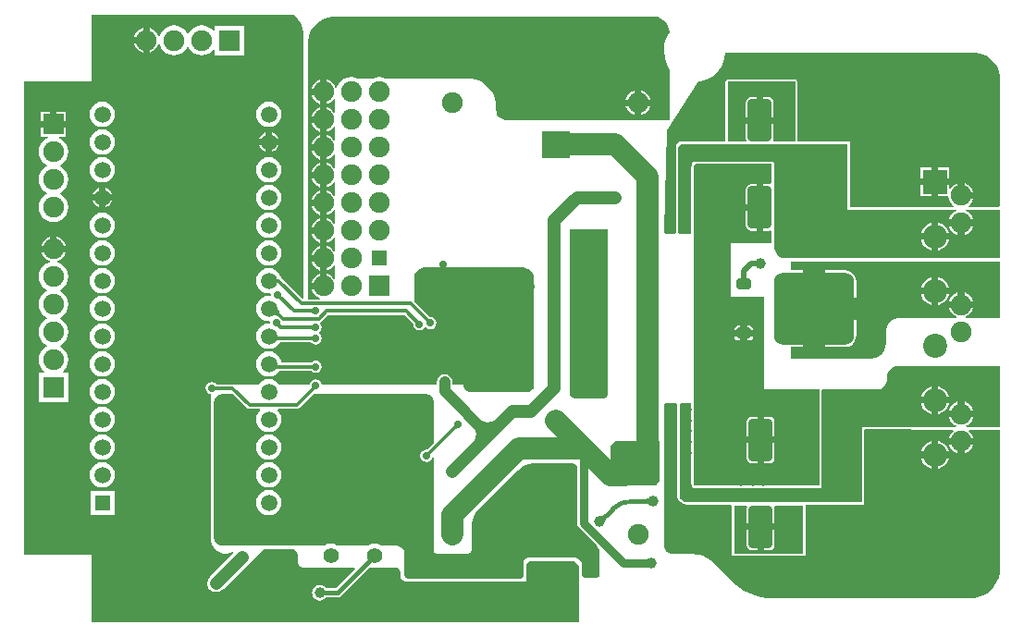
<source format=gtl>
G04 Layer_Physical_Order=1*
G04 Layer_Color=255*
%FSLAX43Y43*%
%MOMM*%
G71*
G01*
G75*
%ADD10C,0.400*%
G04:AMPARAMS|DCode=11|XSize=2.12mm|YSize=3.86mm|CornerRadius=0.265mm|HoleSize=0mm|Usage=FLASHONLY|Rotation=0.000|XOffset=0mm|YOffset=0mm|HoleType=Round|Shape=RoundedRectangle|*
%AMROUNDEDRECTD11*
21,1,2.120,3.330,0,0,0.0*
21,1,1.590,3.860,0,0,0.0*
1,1,0.530,0.795,-1.665*
1,1,0.530,-0.795,-1.665*
1,1,0.530,-0.795,1.665*
1,1,0.530,0.795,1.665*
%
%ADD11ROUNDEDRECTD11*%
G04:AMPARAMS|DCode=12|XSize=6.604mm|YSize=7.315mm|CornerRadius=0.826mm|HoleSize=0mm|Usage=FLASHONLY|Rotation=270.000|XOffset=0mm|YOffset=0mm|HoleType=Round|Shape=RoundedRectangle|*
%AMROUNDEDRECTD12*
21,1,6.604,5.664,0,0,270.0*
21,1,4.953,7.315,0,0,270.0*
1,1,1.651,-2.832,-2.477*
1,1,1.651,-2.832,2.477*
1,1,1.651,2.832,2.477*
1,1,1.651,2.832,-2.477*
%
%ADD12ROUNDEDRECTD12*%
G04:AMPARAMS|DCode=13|XSize=0.94mm|YSize=1.321mm|CornerRadius=0.117mm|HoleSize=0mm|Usage=FLASHONLY|Rotation=270.000|XOffset=0mm|YOffset=0mm|HoleType=Round|Shape=RoundedRectangle|*
%AMROUNDEDRECTD13*
21,1,0.940,1.086,0,0,270.0*
21,1,0.705,1.321,0,0,270.0*
1,1,0.235,-0.543,-0.352*
1,1,0.235,-0.543,0.352*
1,1,0.235,0.543,0.352*
1,1,0.235,0.543,-0.352*
%
%ADD13ROUNDEDRECTD13*%
%ADD14C,0.300*%
%ADD15C,1.200*%
%ADD16C,2.000*%
%ADD17C,0.750*%
%ADD18C,1.000*%
%ADD19C,0.500*%
%ADD20C,1.900*%
%ADD21R,1.400X1.400*%
%ADD22R,1.900X1.900*%
%ADD23C,1.400*%
%ADD24C,1.500*%
%ADD25R,1.400X1.400*%
%ADD26R,1.900X1.900*%
%ADD27C,2.200*%
%ADD28R,2.200X2.200*%
%ADD29C,0.700*%
%ADD30C,1.000*%
G36*
X89495Y28000D02*
X86454Y28000D01*
X86358Y28040D01*
Y28177D01*
X86523Y28246D01*
X86763Y28430D01*
X86947Y28670D01*
X87063Y28950D01*
X87063Y28950D01*
X85943D01*
X84823D01*
X84823Y28950D01*
X84938Y28670D01*
X85123Y28430D01*
X85363Y28246D01*
X85528Y28177D01*
Y28040D01*
X85432Y28000D01*
X80200Y28000D01*
X80092Y27995D01*
X79881Y27953D01*
X79681Y27870D01*
X79502Y27750D01*
X79350Y27598D01*
X79230Y27419D01*
X79147Y27219D01*
X79105Y27008D01*
X79100Y26900D01*
Y25800D01*
X79100Y25652D01*
X79042Y25362D01*
X78929Y25089D01*
X78765Y24844D01*
X78556Y24635D01*
X78311Y24471D01*
X78038Y24358D01*
X77748Y24300D01*
X77600Y24300D01*
X77600Y24300D01*
Y24300D01*
X70400D01*
Y25389D01*
X71500D01*
Y28900D01*
Y32411D01*
X70400D01*
Y33200D01*
X89495D01*
Y28000D01*
D02*
G37*
G36*
X23618Y27534D02*
X23622Y27508D01*
X23628Y27481D01*
X23637Y27455D01*
X23648Y27429D01*
X23662Y27402D01*
X23679Y27376D01*
X23699Y27350D01*
X23721Y27324D01*
X23745Y27298D01*
X23533Y27086D01*
X23507Y27111D01*
X23481Y27133D01*
X23455Y27152D01*
X23429Y27169D01*
X23403Y27183D01*
X23376Y27194D01*
X23350Y27203D01*
X23324Y27209D01*
X23297Y27213D01*
X23271Y27214D01*
X23617Y27561D01*
X23618Y27534D01*
D02*
G37*
G36*
X70767Y49664D02*
X70767Y44164D01*
X68802Y44164D01*
X68792Y44184D01*
X68748Y44291D01*
X68781Y44454D01*
Y45819D01*
X67511D01*
X66242D01*
Y44454D01*
X66275Y44291D01*
X66231Y44184D01*
X66220Y44164D01*
X64567Y44164D01*
X64567Y49664D01*
X70767Y49664D01*
D02*
G37*
G36*
X89495Y23664D02*
X89495Y18064D01*
X86417Y18064D01*
X86391Y18191D01*
X86523Y18246D01*
X86763Y18430D01*
X86947Y18670D01*
X87063Y18950D01*
X87063Y18950D01*
X85943D01*
X84823D01*
X84823Y18950D01*
X84938Y18670D01*
X85123Y18430D01*
X85363Y18246D01*
X85495Y18191D01*
X85469Y18064D01*
X76967Y18064D01*
X76947Y18062D01*
X76911Y18048D01*
X76884Y18020D01*
X76869Y17984D01*
X76867Y17964D01*
Y11264D01*
X76867Y11258D01*
X76792Y11183D01*
X76767Y11164D01*
X76767Y11164D01*
X60867Y11164D01*
X60798Y11164D01*
X60663Y11191D01*
X60535Y11244D01*
X60421Y11321D01*
X60323Y11418D01*
X60247Y11533D01*
X60194Y11660D01*
X60167Y11795D01*
X60167Y11864D01*
Y12264D01*
X60167Y20104D01*
X60197Y20178D01*
X60254Y20234D01*
X60327Y20264D01*
X60367D01*
X60367Y20264D01*
X61067Y20264D01*
X61107Y20264D01*
X61180Y20234D01*
X61236Y20178D01*
X61263Y20113D01*
Y19710D01*
X61266Y19697D01*
X61265Y19684D01*
X61267Y19667D01*
Y19662D01*
X61265Y19645D01*
X61266Y19632D01*
X61263Y19618D01*
Y18710D01*
X61266Y18697D01*
X61265Y18684D01*
X61267Y18667D01*
Y18662D01*
X61265Y18645D01*
X61266Y18632D01*
X61263Y18618D01*
Y17710D01*
X61266Y17697D01*
X61265Y17684D01*
X61267Y17667D01*
Y17662D01*
X61265Y17645D01*
X61266Y17632D01*
X61263Y17618D01*
Y16710D01*
X61266Y16697D01*
X61265Y16684D01*
X61267Y16667D01*
Y16662D01*
X61265Y16645D01*
X61266Y16632D01*
X61263Y16618D01*
Y15710D01*
X61266Y15697D01*
X61265Y15684D01*
X61267Y15667D01*
Y15662D01*
X61265Y15645D01*
X61266Y15632D01*
X61263Y15618D01*
Y12864D01*
X61263Y12825D01*
X61263Y12824D01*
X61263Y12824D01*
X61267Y12805D01*
Y12664D01*
X61271Y12625D01*
X61301Y12553D01*
X61356Y12498D01*
X61428Y12468D01*
X61467Y12464D01*
X61607D01*
X61627Y12460D01*
X61627Y12460D01*
X61627Y12460D01*
X61667Y12460D01*
X65751Y12460D01*
X65767Y12458D01*
X65783Y12460D01*
X66851Y12460D01*
X66867Y12458D01*
X66883Y12460D01*
X67851D01*
X67867Y12458D01*
X67883Y12460D01*
X72877Y12460D01*
X72877Y12460D01*
X72897Y12464D01*
X73167D01*
Y12734D01*
X73171Y12754D01*
X73171Y21410D01*
X73261Y21500D01*
X78300Y21500D01*
X78383Y21504D01*
X78545Y21536D01*
X78697Y21600D01*
X78835Y21691D01*
X78951Y21808D01*
X79043Y21945D01*
X79106Y22098D01*
X79139Y22260D01*
X79143Y22343D01*
X79143D01*
X79143Y22653D01*
X79186Y22870D01*
X79270Y23074D01*
X79393Y23258D01*
X79549Y23414D01*
X79733Y23537D01*
X79937Y23621D01*
X80154Y23664D01*
X80264Y23664D01*
X80264Y23664D01*
X89495Y23664D01*
D02*
G37*
G36*
X26617Y28419D02*
X26597Y28437D01*
X26576Y28453D01*
X26553Y28467D01*
X26528Y28480D01*
X26501Y28490D01*
X26473Y28499D01*
X26442Y28505D01*
X26410Y28510D01*
X26376Y28513D01*
X26341Y28514D01*
Y28814D01*
X26376Y28815D01*
X26410Y28818D01*
X26442Y28823D01*
X26473Y28829D01*
X26501Y28838D01*
X26528Y28848D01*
X26553Y28861D01*
X26576Y28875D01*
X26597Y28891D01*
X26617Y28909D01*
Y28419D01*
D02*
G37*
G36*
X23333Y29022D02*
X23506Y28591D01*
X23537Y28532D01*
X23568Y28481D01*
X23599Y28439D01*
X23628Y28405D01*
X23488Y28121D01*
X23441Y28162D01*
X23389Y28196D01*
X23334Y28222D01*
X23274Y28241D01*
X23210Y28252D01*
X23141Y28256D01*
X23069Y28252D01*
X22992Y28241D01*
X22911Y28222D01*
X22825Y28196D01*
X23296Y29134D01*
X23333Y29022D01*
D02*
G37*
G36*
X18367Y21064D02*
X19281D01*
X20548Y19798D01*
X20663Y19720D01*
X20800Y19693D01*
X21731D01*
X21771Y19573D01*
X21762Y19565D01*
X21577Y19325D01*
X21462Y19045D01*
X21422Y18745D01*
X21462Y18445D01*
X21577Y18165D01*
X21762Y17925D01*
X22002Y17741D01*
X22282Y17625D01*
X22582Y17585D01*
X22882Y17625D01*
X23162Y17741D01*
X23402Y17925D01*
X23586Y18165D01*
X23702Y18445D01*
X23742Y18745D01*
X23702Y19045D01*
X23586Y19325D01*
X23402Y19565D01*
X23392Y19573D01*
X23433Y19693D01*
X25125D01*
X25262Y19720D01*
X25377Y19798D01*
X26644Y21064D01*
X36967D01*
Y21064D01*
X37036Y21064D01*
X37171Y21037D01*
X37299Y20985D01*
X37413Y20908D01*
X37511Y20811D01*
X37587Y20696D01*
X37640Y20569D01*
X37667Y20433D01*
X37667Y16569D01*
X37064Y15966D01*
X37017Y15975D01*
X36802Y15932D01*
X36620Y15811D01*
X36499Y15629D01*
X36456Y15414D01*
X36499Y15200D01*
X36620Y15018D01*
X36802Y14896D01*
X37017Y14854D01*
X37232Y14896D01*
X37413Y15018D01*
X37535Y15200D01*
X37540Y15224D01*
X37667Y15212D01*
X37667Y12664D01*
X37667Y6764D01*
X37673Y6706D01*
X37718Y6598D01*
X37800Y6515D01*
X37908Y6470D01*
X37967Y6464D01*
X40767Y6464D01*
X40845Y6472D01*
X40989Y6532D01*
X41100Y6642D01*
X41159Y6786D01*
X41167Y6864D01*
X41167Y8940D01*
X41167Y9165D01*
X41255Y9606D01*
X41427Y10021D01*
X41677Y10395D01*
X41836Y10554D01*
X45377Y14096D01*
X45377D01*
X45377Y14096D01*
X45536Y14255D01*
X45910Y14504D01*
X46325Y14677D01*
X46766Y14764D01*
X46991Y14764D01*
X50267Y14764D01*
Y14764D01*
X50366Y14764D01*
X50550Y14688D01*
X50691Y14548D01*
X50767Y14364D01*
X50767Y14264D01*
X50767Y11946D01*
Y9406D01*
X50771Y9325D01*
X50781Y9276D01*
Y9264D01*
X50825Y9040D01*
X50952Y8850D01*
X52558Y7245D01*
X52679Y7062D01*
X52804Y6762D01*
X52867Y6444D01*
X52867Y6281D01*
X52867Y4564D01*
X52867D01*
X52867Y4505D01*
X52821Y4394D01*
X52737Y4310D01*
X52627Y4264D01*
X52567Y4264D01*
X51567Y4264D01*
X51507Y4264D01*
X51397Y4310D01*
X51313Y4394D01*
X51267Y4505D01*
X51267Y4564D01*
X51267Y5450D01*
X51267D01*
X51255Y5570D01*
X51164Y5791D01*
X50994Y5961D01*
X50773Y6052D01*
X50653Y6064D01*
X46267Y6064D01*
Y6064D01*
X46189Y6057D01*
X46045Y5997D01*
X45934Y5887D01*
X45875Y5742D01*
X45867Y5664D01*
X45867Y4464D01*
X45867D01*
Y4405D01*
X45821Y4294D01*
X45737Y4210D01*
X45627Y4164D01*
X45567D01*
X35367Y4164D01*
X35287D01*
X35140Y4225D01*
X35028Y4338D01*
X34967Y4485D01*
X34967Y6564D01*
X34967D01*
X34955Y6681D01*
X34866Y6898D01*
X34700Y7063D01*
X34484Y7153D01*
X34367Y7164D01*
X32901D01*
X32822Y7225D01*
X32554Y7336D01*
X32267Y7374D01*
X31980Y7336D01*
X31712Y7225D01*
X31633Y7164D01*
X28901D01*
X28822Y7225D01*
X28554Y7336D01*
X28267Y7374D01*
X27980Y7336D01*
X27712Y7225D01*
X27633Y7164D01*
X18367Y7164D01*
X18288D01*
X18134Y7195D01*
X17988Y7255D01*
X17857Y7343D01*
X17746Y7454D01*
X17658Y7585D01*
X17598Y7731D01*
X17567Y7885D01*
Y12664D01*
Y20264D01*
X17567Y20343D01*
X17598Y20498D01*
X17658Y20643D01*
X17746Y20774D01*
X17857Y20886D01*
X17988Y20973D01*
X18134Y21034D01*
X18288Y21064D01*
X18367Y21064D01*
D02*
G37*
G36*
X42717Y17314D02*
X41091Y16536D01*
X41245Y16705D01*
X41368Y16870D01*
X41460Y17033D01*
X41521Y17193D01*
X41550Y17350D01*
X41549Y17504D01*
X41516Y17655D01*
X41453Y17804D01*
X41358Y17949D01*
X41232Y18092D01*
X41939Y18799D01*
X42082Y18673D01*
X42228Y18579D01*
X42376Y18515D01*
X42527Y18482D01*
X42682Y18481D01*
X42839Y18511D01*
X42998Y18572D01*
X43161Y18663D01*
X43326Y18786D01*
X43495Y18941D01*
X42717Y17314D01*
D02*
G37*
G36*
X68567Y42164D02*
X68567Y40351D01*
X68440Y40272D01*
X68306Y40298D01*
X67811D01*
Y38159D01*
Y36020D01*
X68306D01*
X68440Y36047D01*
X68567Y35968D01*
Y34900D01*
X64900Y34900D01*
X64900Y30000D01*
X67900Y30000D01*
X67900Y21500D01*
X72967Y21500D01*
X72967Y12754D01*
X72877Y12664D01*
X61667Y12664D01*
X61627Y12664D01*
X61554Y12695D01*
X61497Y12751D01*
X61467Y12824D01*
X61467Y12864D01*
Y15618D01*
X61473Y15664D01*
X61467Y15710D01*
Y16618D01*
X61473Y16664D01*
X61467Y16710D01*
Y17618D01*
X61473Y17664D01*
X61467Y17710D01*
Y18618D01*
X61473Y18664D01*
X61467Y18710D01*
Y19618D01*
X61473Y19664D01*
X61467Y19710D01*
X61467Y41864D01*
Y41924D01*
X61513Y42034D01*
X61597Y42119D01*
X61707Y42164D01*
X61767Y42164D01*
X61767Y42164D01*
X68567Y42164D01*
D02*
G37*
G36*
X39863Y17914D02*
X39837Y17913D01*
X39810Y17910D01*
X39784Y17903D01*
X39758Y17894D01*
X39731Y17883D01*
X39705Y17869D01*
X39679Y17852D01*
X39653Y17833D01*
X39627Y17811D01*
X39601Y17786D01*
X39389Y17998D01*
X39413Y18024D01*
X39435Y18050D01*
X39455Y18076D01*
X39471Y18102D01*
X39486Y18129D01*
X39497Y18155D01*
X39506Y18181D01*
X39512Y18208D01*
X39516Y18234D01*
X39517Y18261D01*
X39863Y17914D01*
D02*
G37*
G36*
X58367Y13364D02*
X58367D01*
X58367Y13295D01*
X58340Y13160D01*
X58287Y13033D01*
X58211Y12918D01*
X58113Y12821D01*
X57999Y12744D01*
X57871Y12691D01*
X57736Y12664D01*
X53867D01*
X53867Y16084D01*
X53867Y16084D01*
X53878Y16207D01*
X53893Y16283D01*
X53944Y16406D01*
X54019Y16518D01*
X54113Y16612D01*
X54225Y16687D01*
X54349Y16738D01*
X54480Y16764D01*
X54547Y16764D01*
X58367Y16764D01*
X58367Y13364D01*
D02*
G37*
G36*
X26617Y26919D02*
X26597Y26937D01*
X26576Y26953D01*
X26553Y26968D01*
X26528Y26980D01*
X26501Y26991D01*
X26473Y26999D01*
X26443Y27006D01*
X26410Y27010D01*
X26376Y27013D01*
X26341Y27014D01*
Y27314D01*
X26376Y27315D01*
X26410Y27318D01*
X26443Y27323D01*
X26473Y27329D01*
X26501Y27338D01*
X26528Y27348D01*
X26553Y27361D01*
X26576Y27375D01*
X26597Y27391D01*
X26617Y27409D01*
Y26919D01*
D02*
G37*
G36*
X50117Y42664D02*
X47617D01*
Y45164D01*
X47617Y45164D01*
X50117D01*
Y42664D01*
D02*
G37*
G36*
X23313Y31619D02*
X23319Y31614D01*
X23329Y31610D01*
X23342Y31606D01*
X23358Y31603D01*
X23377Y31600D01*
X23425Y31596D01*
X23486Y31595D01*
Y31295D01*
X23454Y31295D01*
X23358Y31288D01*
X23342Y31285D01*
X23329Y31281D01*
X23319Y31276D01*
X23313Y31271D01*
X23310Y31266D01*
Y31625D01*
X23313Y31619D01*
D02*
G37*
G36*
X53567Y21064D02*
X53567Y20985D01*
X53506Y20838D01*
X53394Y20725D01*
X53287Y20681D01*
X53167Y20664D01*
X50617Y20664D01*
X50527Y20664D01*
X50362Y20733D01*
X50235Y20859D01*
X50167Y21025D01*
X50167Y21114D01*
X50167Y36164D01*
X53567Y36164D01*
X53567Y21064D01*
D02*
G37*
G36*
X57410Y10914D02*
X57379Y10943D01*
X57347Y10968D01*
X57312Y10991D01*
X57275Y11010D01*
X57236Y11027D01*
X57195Y11040D01*
X57152Y11051D01*
X57106Y11058D01*
X57058Y11063D01*
X57009Y11064D01*
Y11464D01*
X57058Y11466D01*
X57106Y11470D01*
X57152Y11478D01*
X57195Y11488D01*
X57236Y11502D01*
X57275Y11518D01*
X57312Y11538D01*
X57347Y11560D01*
X57379Y11586D01*
X57410Y11614D01*
Y10914D01*
D02*
G37*
G36*
X53545Y9759D02*
X53510Y9723D01*
X53480Y9686D01*
X53453Y9648D01*
X53430Y9610D01*
X53410Y9572D01*
X53394Y9532D01*
X53382Y9493D01*
X53373Y9452D01*
X53368Y9411D01*
X53367Y9369D01*
X52872Y9864D01*
X52914Y9866D01*
X52955Y9871D01*
X52995Y9879D01*
X53035Y9892D01*
X53074Y9908D01*
X53113Y9927D01*
X53151Y9950D01*
X53189Y9977D01*
X53225Y10008D01*
X53262Y10042D01*
X53545Y9759D01*
D02*
G37*
G36*
X87036Y52364D02*
X87036Y52364D01*
X87036Y52364D01*
X87278Y52364D01*
X87753Y52270D01*
X88200Y52084D01*
X88603Y51815D01*
X88946Y51473D01*
X89215Y51070D01*
X89400Y50623D01*
X89495Y50148D01*
Y49905D01*
X89495Y38295D01*
X89368Y38168D01*
X86630D01*
X86587Y38295D01*
X86763Y38430D01*
X86947Y38670D01*
X87063Y38950D01*
X87063Y38950D01*
X85943D01*
Y39250D01*
X85643D01*
Y40371D01*
X85643Y40371D01*
X85363Y40255D01*
X85123Y40070D01*
X84970Y39871D01*
X84843Y39914D01*
Y40200D01*
X83843D01*
Y39200D01*
X84790D01*
X84823Y38950D01*
X84938Y38670D01*
X85123Y38430D01*
X85299Y38295D01*
X85255Y38168D01*
X75771Y38168D01*
X75771Y43964D01*
X75767Y43984D01*
Y44164D01*
X75587D01*
X75567Y44168D01*
X70971Y44168D01*
X70971Y44845D01*
X70973Y44864D01*
X70971Y44884D01*
X70971Y46044D01*
X70973Y46064D01*
X70971Y46084D01*
X70971Y47244D01*
X70973Y47264D01*
X70971Y47284D01*
X70971Y49664D01*
X70955Y49742D01*
X70911Y49808D01*
X70845Y49853D01*
X70767Y49868D01*
X64567Y49868D01*
X64489Y49853D01*
X64423Y49808D01*
X64379Y49742D01*
X64363Y49664D01*
X64363Y44168D01*
X60467Y44168D01*
X60388Y44168D01*
X60387Y44168D01*
X60387Y44168D01*
X60367Y44164D01*
X60167D01*
X60167Y44164D01*
X60108Y44158D01*
X60000Y44114D01*
X59917Y44031D01*
X59873Y43923D01*
X59867Y43864D01*
X59867Y43664D01*
X59863Y43644D01*
X59863Y43644D01*
X59863Y43644D01*
X59863Y43564D01*
Y35964D01*
X59863Y35925D01*
X59863Y35925D01*
X59863Y35925D01*
X59864Y35918D01*
X59836Y35851D01*
X59780Y35795D01*
X59707Y35764D01*
X58967Y35764D01*
X58927Y35764D01*
X58854Y35795D01*
X58797Y35851D01*
X58767Y35924D01*
X58767Y35964D01*
X59023Y45186D01*
X61864Y49686D01*
X62002Y49698D01*
X62408Y49792D01*
X62795Y49946D01*
X63155Y50156D01*
X63480Y50417D01*
X63762Y50723D01*
X63996Y51068D01*
X64176Y51444D01*
X64299Y51842D01*
X64360Y52254D01*
Y52364D01*
X87036Y52364D01*
D02*
G37*
G36*
X24969Y55673D02*
X25276Y55367D01*
X25517Y55006D01*
X25682Y54606D01*
X25767Y54181D01*
X25767Y53964D01*
X25767Y53964D01*
X25767Y53964D01*
X25767Y39139D01*
X25767Y29849D01*
X25640Y29796D01*
X23738Y31698D01*
X23706Y31719D01*
X23702Y31746D01*
X23586Y32025D01*
X23402Y32265D01*
X23162Y32450D01*
X22882Y32566D01*
X22582Y32605D01*
X22282Y32566D01*
X22002Y32450D01*
X21762Y32265D01*
X21577Y32025D01*
X21462Y31746D01*
X21422Y31445D01*
X21462Y31145D01*
X21577Y30865D01*
X21762Y30625D01*
X22002Y30441D01*
X22282Y30325D01*
X22582Y30285D01*
X22729Y30305D01*
X22816Y30212D01*
X22806Y30164D01*
X22811Y30139D01*
X22724Y30046D01*
X22582Y30065D01*
X22282Y30026D01*
X22002Y29910D01*
X21762Y29725D01*
X21577Y29485D01*
X21462Y29205D01*
X21422Y28905D01*
X21462Y28605D01*
X21577Y28325D01*
X21762Y28085D01*
X22002Y27901D01*
X22282Y27785D01*
X22582Y27745D01*
X22638Y27753D01*
X22725Y27660D01*
X22706Y27564D01*
X22660Y27515D01*
X22582Y27525D01*
X22282Y27486D01*
X22002Y27370D01*
X21762Y27185D01*
X21577Y26945D01*
X21462Y26666D01*
X21422Y26365D01*
X21462Y26065D01*
X21577Y25785D01*
X21762Y25545D01*
X22002Y25361D01*
X22282Y25245D01*
X22582Y25205D01*
X22882Y25245D01*
X23162Y25361D01*
X23402Y25545D01*
X23586Y25785D01*
X23596Y25807D01*
X26444D01*
X26470Y25768D01*
X26652Y25646D01*
X26867Y25604D01*
X27082Y25646D01*
X27263Y25768D01*
X27385Y25950D01*
X27428Y26164D01*
X27385Y26379D01*
X27263Y26561D01*
X27204Y26601D01*
Y26728D01*
X27263Y26768D01*
X27385Y26950D01*
X27428Y27164D01*
X27385Y27379D01*
X27301Y27504D01*
X27302Y27536D01*
X27333Y27650D01*
X27339Y27658D01*
X27419Y27712D01*
X27958Y28250D01*
X35076D01*
X35815Y27511D01*
X35806Y27464D01*
X35849Y27250D01*
X35970Y27068D01*
X36152Y26946D01*
X36367Y26904D01*
X36582Y26946D01*
X36763Y27068D01*
X36824Y27158D01*
X36970Y27168D01*
X37152Y27046D01*
X37367Y27004D01*
X37582Y27046D01*
X37763Y27168D01*
X37885Y27350D01*
X37928Y27564D01*
X37885Y27779D01*
X37763Y27961D01*
X37582Y28082D01*
X37367Y28125D01*
X37320Y28116D01*
X35867Y29569D01*
X35867Y31763D01*
X35905Y31956D01*
X35981Y32138D01*
X36090Y32302D01*
X36229Y32441D01*
X36393Y32550D01*
X36575Y32626D01*
X36768Y32664D01*
X36867D01*
X36867Y32664D01*
X45767Y32664D01*
X45875D01*
X46088Y32622D01*
X46288Y32539D01*
X46468Y32419D01*
X46621Y32265D01*
X46742Y32085D01*
X46825Y31885D01*
X46865Y31683D01*
X46867Y31566D01*
Y31564D01*
X46867Y31564D01*
X46867Y31564D01*
X46867Y21964D01*
X46867Y21895D01*
X46840Y21760D01*
X46787Y21633D01*
X46711Y21518D01*
X46613Y21421D01*
X46499Y21344D01*
X46371Y21291D01*
X46290Y21275D01*
X46223Y21269D01*
X46167Y21264D01*
Y21264D01*
X40998Y21264D01*
X40863Y21291D01*
X40735Y21344D01*
X40621Y21421D01*
X40523Y21518D01*
X40447Y21633D01*
X40394Y21760D01*
X40367Y21895D01*
X40367Y21964D01*
X39373D01*
Y22164D01*
X39349Y22347D01*
X39278Y22517D01*
X39166Y22664D01*
X39020Y22776D01*
X38850Y22846D01*
X38667Y22870D01*
X38484Y22846D01*
X38314Y22776D01*
X38168Y22664D01*
X38056Y22517D01*
X37985Y22347D01*
X37961Y22164D01*
Y21964D01*
X27408D01*
X27385Y22079D01*
X27263Y22261D01*
X27082Y22382D01*
X26867Y22425D01*
X26652Y22382D01*
X26470Y22261D01*
X26349Y22079D01*
X26326Y21964D01*
X23510D01*
X23402Y22105D01*
X23162Y22290D01*
X22882Y22406D01*
X22582Y22445D01*
X22282Y22406D01*
X22002Y22290D01*
X21762Y22105D01*
X21653Y21964D01*
X19270D01*
X19236Y21971D01*
X17790D01*
X17763Y22011D01*
X17582Y22132D01*
X17367Y22175D01*
X17152Y22132D01*
X16970Y22011D01*
X16849Y21829D01*
X16806Y21614D01*
X16849Y21400D01*
X16970Y21218D01*
X17152Y21096D01*
X17267Y21073D01*
X17267Y7792D01*
X17275Y7626D01*
X17354Y7303D01*
X17510Y7010D01*
X17734Y6764D01*
X17867Y6664D01*
X18017Y6580D01*
X18343Y6472D01*
X18686Y6447D01*
X19024Y6509D01*
X19184Y6571D01*
X19254Y6603D01*
X19304Y6623D01*
X19376Y6514D01*
X18502Y5641D01*
X17205Y4343D01*
X17205Y4343D01*
X17196Y4335D01*
X17068Y4168D01*
X16988Y3973D01*
X16960Y3764D01*
X16967Y3712D01*
Y3664D01*
X16967Y3595D01*
X16994Y3460D01*
X17047Y3333D01*
X17123Y3218D01*
X17221Y3121D01*
X17335Y3044D01*
X17463Y2991D01*
X17598Y2964D01*
X17667Y2964D01*
X17715D01*
X17767Y2957D01*
X17976Y2985D01*
X18170Y3065D01*
X18193Y3083D01*
X18239Y3102D01*
X18436Y3234D01*
X18521Y3318D01*
X22067Y6864D01*
X22194Y6864D01*
X24667Y6864D01*
X24786Y6864D01*
X25007Y6773D01*
X25176Y6604D01*
X25267Y6384D01*
X25267Y6264D01*
X25267D01*
X25267Y6264D01*
X25267Y5664D01*
X25277Y5567D01*
X25351Y5386D01*
X25489Y5249D01*
X25669Y5174D01*
X25767Y5164D01*
X28195D01*
X28267Y5155D01*
X28339Y5164D01*
X30424Y5164D01*
X30473Y5047D01*
X28698Y3272D01*
X27811D01*
X27741Y3364D01*
X27595Y3476D01*
X27425Y3546D01*
X27242Y3570D01*
X27059Y3546D01*
X26889Y3476D01*
X26743Y3364D01*
X26630Y3217D01*
X26560Y3047D01*
X26536Y2864D01*
X26560Y2682D01*
X26630Y2511D01*
X26743Y2365D01*
X26889Y2253D01*
X27059Y2182D01*
X27242Y2158D01*
X27425Y2182D01*
X27595Y2253D01*
X27741Y2365D01*
X27811Y2456D01*
X28867D01*
X28867Y2456D01*
X29023Y2487D01*
X29155Y2576D01*
X31744Y5164D01*
X32195D01*
X32267Y5155D01*
X32339Y5164D01*
X34167D01*
X34266Y5164D01*
X34450Y5088D01*
X34591Y4948D01*
X34660Y4781D01*
X34667Y4664D01*
Y4664D01*
X34667D01*
X34667Y4664D01*
X34667Y4364D01*
X34677Y4267D01*
X34751Y4086D01*
X34889Y3949D01*
X35069Y3874D01*
X35167Y3864D01*
X45867Y3864D01*
X45925Y3870D01*
X46034Y3915D01*
X46116Y3998D01*
X46161Y4106D01*
X46167Y4164D01*
X46167Y4164D01*
X46167Y5441D01*
X46226Y5583D01*
X46334Y5692D01*
X46476Y5750D01*
X46553D01*
X46553Y5750D01*
X50281Y5750D01*
X50349Y5750D01*
X50481Y5724D01*
X50606Y5672D01*
X50718Y5597D01*
X50814Y5502D01*
X50889Y5389D01*
X50941Y5264D01*
X50967Y5132D01*
X50967Y5064D01*
X50967D01*
X50967Y299D01*
X50877Y209D01*
X6336D01*
X6336Y6364D01*
X209Y6364D01*
Y49664D01*
X6367D01*
Y55791D01*
X24793D01*
X24969Y55673D01*
D02*
G37*
G36*
X71468Y6554D02*
X71378Y6464D01*
X65167Y6464D01*
X65167Y10864D01*
X66320Y10864D01*
X66330Y10846D01*
X66374Y10737D01*
X66342Y10574D01*
Y9209D01*
X68880D01*
Y10574D01*
X68848Y10737D01*
X68892Y10845D01*
X68902Y10864D01*
X71460Y10864D01*
X71468Y6554D01*
D02*
G37*
G36*
X23718Y30134D02*
X23722Y30108D01*
X23728Y30081D01*
X23737Y30055D01*
X23748Y30029D01*
X23762Y30002D01*
X23779Y29976D01*
X23799Y29950D01*
X23821Y29924D01*
X23845Y29898D01*
X23633Y29686D01*
X23607Y29711D01*
X23581Y29733D01*
X23555Y29752D01*
X23529Y29769D01*
X23503Y29783D01*
X23476Y29794D01*
X23450Y29803D01*
X23424Y29810D01*
X23397Y29813D01*
X23370Y29814D01*
X23717Y30161D01*
X23718Y30134D01*
D02*
G37*
G36*
X59767Y20264D02*
X59803Y20264D01*
X59869Y20237D01*
X59910Y20196D01*
X59947Y20084D01*
Y20084D01*
X59947Y19965D01*
X59947Y11864D01*
X59951Y11776D01*
X59986Y11603D01*
X60053Y11440D01*
X60151Y11293D01*
X60276Y11169D01*
X60423Y11071D01*
X60455Y11057D01*
X60457Y11055D01*
X60585Y11003D01*
X60604Y10999D01*
X60623Y10991D01*
X60758Y10964D01*
X60778Y10964D01*
X60798Y10960D01*
X60867Y10960D01*
X64877Y10960D01*
X64963Y10864D01*
X64963Y6464D01*
X64967Y6445D01*
Y6264D01*
X65147D01*
X65167Y6260D01*
X71378Y6260D01*
X71378Y6260D01*
X71379Y6260D01*
X71398Y6264D01*
X71686D01*
X71686Y10960D01*
X76767Y10960D01*
X76778Y10963D01*
X76790Y10962D01*
X76798Y10964D01*
X76967D01*
X76986Y10966D01*
X77022Y10981D01*
X77050Y11009D01*
X77065Y11045D01*
X77067Y11064D01*
X77067Y11064D01*
Y11238D01*
X77071Y11258D01*
X77071Y11258D01*
X77071Y11258D01*
X77071Y11265D01*
Y17794D01*
X77082Y17821D01*
X77110Y17849D01*
X77138Y17860D01*
X77651D01*
X85212Y17799D01*
X85254Y17671D01*
X85123Y17570D01*
X84938Y17330D01*
X84823Y17051D01*
X84823Y17050D01*
X85943D01*
X87063D01*
X87063Y17051D01*
X86947Y17330D01*
X86763Y17570D01*
X86646Y17660D01*
X86690Y17787D01*
X89495Y17764D01*
X89495Y4995D01*
X89495Y4740D01*
X89395Y4242D01*
X89201Y3773D01*
X88919Y3350D01*
X88559Y2991D01*
X88137Y2708D01*
X87667Y2514D01*
X87169Y2415D01*
X86915Y2415D01*
X86915Y2415D01*
Y2415D01*
X68403Y2415D01*
X68179Y2415D01*
X67734Y2459D01*
X67295Y2546D01*
X66867Y2676D01*
X66453Y2847D01*
X66059Y3058D01*
X65687Y3307D01*
X65341Y3590D01*
X65183Y3749D01*
X65183Y3749D01*
X63348Y5583D01*
X63247Y5679D01*
X63032Y5856D01*
X62800Y6010D01*
X62555Y6142D01*
X62297Y6248D01*
X62031Y6329D01*
X61758Y6384D01*
X61481Y6411D01*
X61341Y6414D01*
X61341Y6414D01*
X61341Y6414D01*
X59503Y6414D01*
X59341Y6446D01*
X59189Y6510D01*
X59051Y6601D01*
X58934Y6718D01*
X58843Y6856D01*
X58779Y7008D01*
X58747Y7170D01*
X58747Y7253D01*
X58747D01*
X58747Y10184D01*
X58747Y20045D01*
X58747Y20088D01*
X58781Y20169D01*
X58842Y20231D01*
X58923Y20264D01*
X58967Y20264D01*
X58967Y20264D01*
X59767Y20264D01*
D02*
G37*
G36*
X60467Y43964D02*
X64547Y43964D01*
X64567Y43960D01*
X66220Y43960D01*
X66240Y43964D01*
X68783Y43964D01*
X68802Y43960D01*
X70767Y43960D01*
X70787Y43964D01*
X75567Y43964D01*
X75567Y37964D01*
X85520Y37964D01*
X85528Y37961D01*
Y37823D01*
X85363Y37755D01*
X85123Y37570D01*
X84938Y37330D01*
X84823Y37050D01*
X84823Y37050D01*
X85943D01*
X87063D01*
X87063Y37050D01*
X86947Y37330D01*
X86763Y37570D01*
X86523Y37755D01*
X86358Y37823D01*
Y37961D01*
X86366Y37964D01*
X89495D01*
X89495Y33500D01*
X69831D01*
X69831Y33500D01*
X69736Y33500D01*
X69550Y33537D01*
X69374Y33610D01*
X69217Y33715D01*
X69082Y33850D01*
X68977Y34008D01*
X68904Y34183D01*
X68867Y34369D01*
X68867Y34464D01*
X68867Y42064D01*
X68867Y42064D01*
X68867Y42064D01*
X68867Y42065D01*
X68861Y42123D01*
X68816Y42231D01*
X68734Y42314D01*
X68654Y42347D01*
X68645Y42353D01*
X68635Y42355D01*
X68625Y42359D01*
X68606Y42360D01*
X68567Y42368D01*
X61767Y42368D01*
X61767Y42368D01*
X61707Y42368D01*
X61688Y42364D01*
X61567D01*
Y42364D01*
X61508Y42359D01*
X61400Y42314D01*
X61318Y42231D01*
X61273Y42123D01*
X61267Y42064D01*
Y41944D01*
X61263Y41924D01*
Y35915D01*
X61236Y35851D01*
X61180Y35795D01*
X61107Y35764D01*
X60267Y35764D01*
X60227Y35764D01*
X60154Y35795D01*
X60097Y35851D01*
X60067Y35925D01*
X60067Y35964D01*
Y43564D01*
X60067Y43644D01*
X60128Y43791D01*
X60240Y43903D01*
X60387Y43964D01*
X60467Y43964D01*
D02*
G37*
G36*
X57667Y55664D02*
Y55664D01*
X57825Y55664D01*
X58134Y55603D01*
X58425Y55482D01*
X58687Y55307D01*
X58910Y55084D01*
X59085Y54822D01*
X59205Y54531D01*
X59267Y54222D01*
Y54202D01*
X59218Y54141D01*
X59023Y53805D01*
X58879Y53445D01*
X58791Y53067D01*
X58760Y52680D01*
X58786Y52292D01*
X58828Y52103D01*
X58828Y51884D01*
X58908Y51453D01*
X59066Y51044D01*
X59267Y50717D01*
X59267Y46164D01*
X44367Y46164D01*
X44268Y46164D01*
X44075Y46203D01*
X43893Y46278D01*
X43729Y46388D01*
X43590Y46527D01*
X43481Y46691D01*
X43405Y46873D01*
X43367Y47066D01*
X43367Y47164D01*
Y47424D01*
X43355Y47673D01*
X43258Y48162D01*
X43067Y48622D01*
X42790Y49036D01*
X42438Y49388D01*
X42024Y49664D01*
X41564Y49855D01*
X41076Y49952D01*
X40827Y49964D01*
X33249D01*
X33019Y50060D01*
X32667Y50106D01*
X32315Y50060D01*
X32085Y49964D01*
X30709D01*
X30479Y50060D01*
X30127Y50106D01*
X29775Y50060D01*
X29446Y49924D01*
X29164Y49707D01*
X28948Y49425D01*
X28917Y49351D01*
X28832Y49224D01*
X28801Y49150D01*
X28664D01*
X28591Y49324D01*
X28407Y49564D01*
X28167Y49749D01*
X27887Y49865D01*
X27887Y49865D01*
Y48744D01*
Y47624D01*
X27887Y47624D01*
X28167Y47740D01*
X28407Y47924D01*
X28540Y48097D01*
X28667Y48054D01*
Y46895D01*
X28540Y46851D01*
X28407Y47024D01*
X28167Y47209D01*
X27887Y47325D01*
X27887Y47325D01*
Y46204D01*
Y45084D01*
X27887Y45084D01*
X28167Y45200D01*
X28407Y45384D01*
X28540Y45557D01*
X28667Y45514D01*
Y44355D01*
X28540Y44311D01*
X28407Y44484D01*
X28167Y44669D01*
X27887Y44785D01*
X27887Y44785D01*
Y43664D01*
Y42544D01*
X27887Y42544D01*
X28167Y42660D01*
X28407Y42844D01*
X28540Y43017D01*
X28667Y42974D01*
Y41815D01*
X28540Y41771D01*
X28407Y41944D01*
X28167Y42129D01*
X27887Y42245D01*
X27887Y42245D01*
Y41124D01*
Y40004D01*
X27887Y40004D01*
X28167Y40120D01*
X28407Y40304D01*
X28540Y40477D01*
X28667Y40434D01*
Y39275D01*
X28540Y39231D01*
X28407Y39404D01*
X28167Y39589D01*
X27887Y39705D01*
X27887Y39705D01*
Y38584D01*
Y37464D01*
X27887Y37464D01*
X28167Y37580D01*
X28407Y37764D01*
X28540Y37937D01*
X28667Y37894D01*
Y36735D01*
X28540Y36691D01*
X28407Y36864D01*
X28167Y37049D01*
X27887Y37165D01*
X27887Y37165D01*
Y36044D01*
Y34924D01*
X27887Y34924D01*
X28167Y35040D01*
X28407Y35224D01*
X28540Y35397D01*
X28667Y35354D01*
Y34195D01*
X28540Y34151D01*
X28407Y34324D01*
X28167Y34509D01*
X27887Y34625D01*
X27887Y34625D01*
Y33504D01*
Y32384D01*
X27887Y32384D01*
X28167Y32500D01*
X28407Y32684D01*
X28540Y32857D01*
X28667Y32814D01*
Y31655D01*
X28540Y31611D01*
X28407Y31784D01*
X28167Y31969D01*
X27887Y32085D01*
X27887Y32085D01*
Y30964D01*
X27587D01*
Y30664D01*
X26467D01*
X26467Y30664D01*
X26582Y30384D01*
X26767Y30144D01*
X27007Y29960D01*
X27287Y29844D01*
X27265Y29721D01*
X26167D01*
Y53124D01*
Y53374D01*
X26265Y53865D01*
X26456Y54327D01*
X26734Y54743D01*
X27088Y55097D01*
X27504Y55375D01*
X27966Y55567D01*
X28457Y55664D01*
X29867D01*
X57667Y55664D01*
D02*
G37*
%LPC*%
G36*
X76366Y27900D02*
X73500D01*
Y25389D01*
X75332D01*
X75600Y25424D01*
X75849Y25528D01*
X76063Y25692D01*
X76228Y25906D01*
X76331Y26156D01*
X76366Y26424D01*
Y27900D01*
D02*
G37*
G36*
X86243Y30371D02*
Y29550D01*
X87063D01*
X87063Y29551D01*
X86947Y29830D01*
X86763Y30070D01*
X86523Y30255D01*
X86243Y30371D01*
X86243Y30371D01*
D02*
G37*
G36*
X85643D02*
X85643Y30371D01*
X85363Y30255D01*
X85123Y30070D01*
X84938Y29830D01*
X84823Y29551D01*
X84823Y29550D01*
X85643D01*
Y30371D01*
D02*
G37*
G36*
X75332Y32411D02*
X73500D01*
Y29900D01*
X76366D01*
Y31376D01*
X76331Y31644D01*
X76228Y31894D01*
X76063Y32108D01*
X75849Y32272D01*
X75600Y32376D01*
X75332Y32411D01*
D02*
G37*
G36*
X83243Y31772D02*
X83204Y31767D01*
X82887Y31636D01*
X82616Y31427D01*
X82407Y31156D01*
X82276Y30839D01*
X82271Y30800D01*
X83243D01*
Y31772D01*
D02*
G37*
G36*
X84815Y30200D02*
X83843D01*
Y29228D01*
X83882Y29233D01*
X84199Y29364D01*
X84470Y29573D01*
X84679Y29844D01*
X84810Y30161D01*
X84815Y30200D01*
D02*
G37*
G36*
X83243D02*
X82271D01*
X82276Y30161D01*
X82407Y29844D01*
X82616Y29573D01*
X82887Y29364D01*
X83204Y29233D01*
X83243Y29228D01*
Y30200D01*
D02*
G37*
G36*
X83843Y31772D02*
Y30800D01*
X84815D01*
X84810Y30839D01*
X84679Y31156D01*
X84470Y31427D01*
X84199Y31636D01*
X83882Y31767D01*
X83843Y31772D01*
D02*
G37*
G36*
X67211Y48258D02*
X66716D01*
X66535Y48222D01*
X66381Y48120D01*
X66278Y47966D01*
X66242Y47784D01*
Y46419D01*
X67211D01*
Y48258D01*
D02*
G37*
G36*
X68306D02*
X67811D01*
Y46419D01*
X68781D01*
Y47784D01*
X68744Y47966D01*
X68642Y48120D01*
X68488Y48222D01*
X68306Y48258D01*
D02*
G37*
G36*
X86243Y20371D02*
Y19550D01*
X87063D01*
X87063Y19551D01*
X86947Y19830D01*
X86763Y20070D01*
X86523Y20255D01*
X86243Y20371D01*
X86243Y20371D01*
D02*
G37*
G36*
X85643D02*
X85643Y20371D01*
X85363Y20255D01*
X85123Y20070D01*
X84938Y19830D01*
X84823Y19551D01*
X84823Y19550D01*
X85643D01*
Y20371D01*
D02*
G37*
G36*
X83843Y21772D02*
Y20800D01*
X84815D01*
X84810Y20839D01*
X84679Y21156D01*
X84470Y21427D01*
X84199Y21636D01*
X83882Y21767D01*
X83843Y21772D01*
D02*
G37*
G36*
X83243Y21772D02*
X83204Y21767D01*
X82887Y21636D01*
X82616Y21427D01*
X82407Y21156D01*
X82276Y20839D01*
X82271Y20800D01*
X83243D01*
Y21772D01*
D02*
G37*
G36*
Y20200D02*
X82271D01*
X82276Y20161D01*
X82407Y19844D01*
X82616Y19573D01*
X82887Y19364D01*
X83204Y19233D01*
X83243Y19228D01*
Y20200D01*
D02*
G37*
G36*
X84815D02*
X83843D01*
Y19228D01*
X83882Y19233D01*
X84199Y19364D01*
X84470Y19573D01*
X84679Y19844D01*
X84810Y20161D01*
X84815Y20200D01*
D02*
G37*
G36*
X22582Y17365D02*
X22282Y17326D01*
X22002Y17210D01*
X21762Y17025D01*
X21577Y16785D01*
X21462Y16506D01*
X21422Y16205D01*
X21462Y15905D01*
X21577Y15625D01*
X21762Y15385D01*
X22002Y15201D01*
X22282Y15085D01*
X22582Y15045D01*
X22882Y15085D01*
X23162Y15201D01*
X23402Y15385D01*
X23586Y15625D01*
X23702Y15905D01*
X23742Y16205D01*
X23702Y16506D01*
X23586Y16785D01*
X23402Y17025D01*
X23162Y17210D01*
X22882Y17326D01*
X22582Y17365D01*
D02*
G37*
G36*
Y12285D02*
X22282Y12246D01*
X22002Y12130D01*
X21762Y11945D01*
X21577Y11705D01*
X21462Y11425D01*
X21422Y11125D01*
X21462Y10825D01*
X21577Y10545D01*
X21762Y10305D01*
X22002Y10121D01*
X22282Y10005D01*
X22582Y9965D01*
X22882Y10005D01*
X23162Y10121D01*
X23402Y10305D01*
X23586Y10545D01*
X23702Y10825D01*
X23742Y11125D01*
X23702Y11425D01*
X23586Y11705D01*
X23402Y11945D01*
X23162Y12130D01*
X22882Y12246D01*
X22582Y12285D01*
D02*
G37*
G36*
Y14825D02*
X22282Y14786D01*
X22002Y14670D01*
X21762Y14485D01*
X21577Y14245D01*
X21462Y13965D01*
X21422Y13665D01*
X21462Y13365D01*
X21577Y13085D01*
X21762Y12845D01*
X22002Y12661D01*
X22282Y12545D01*
X22582Y12505D01*
X22882Y12545D01*
X23162Y12661D01*
X23402Y12845D01*
X23586Y13085D01*
X23702Y13365D01*
X23742Y13665D01*
X23702Y13965D01*
X23586Y14245D01*
X23402Y14485D01*
X23162Y14670D01*
X22882Y14786D01*
X22582Y14825D01*
D02*
G37*
G36*
X65748Y26339D02*
X65182D01*
Y26287D01*
X65206Y26163D01*
X65277Y26058D01*
X65382Y25988D01*
X65505Y25963D01*
X65748D01*
Y26339D01*
D02*
G37*
G36*
Y27316D02*
X65505D01*
X65382Y27291D01*
X65277Y27221D01*
X65206Y27116D01*
X65182Y26992D01*
Y26939D01*
X65748D01*
Y27316D01*
D02*
G37*
G36*
X66915Y26339D02*
X66348D01*
Y25963D01*
X66591D01*
X66715Y25988D01*
X66820Y26058D01*
X66890Y26163D01*
X66915Y26287D01*
Y26339D01*
D02*
G37*
G36*
X66591Y27316D02*
X66348D01*
Y26939D01*
X66915D01*
Y26992D01*
X66890Y27116D01*
X66820Y27221D01*
X66715Y27291D01*
X66591Y27316D01*
D02*
G37*
G36*
X68880Y16569D02*
X67911D01*
Y14730D01*
X68406D01*
X68587Y14766D01*
X68741Y14869D01*
X68844Y15023D01*
X68880Y15204D01*
Y16569D01*
D02*
G37*
G36*
X67311D02*
X66342D01*
Y15204D01*
X66378Y15023D01*
X66481Y14869D01*
X66635Y14766D01*
X66816Y14730D01*
X67311D01*
Y16569D01*
D02*
G37*
G36*
Y19008D02*
X66816D01*
X66635Y18972D01*
X66481Y18870D01*
X66378Y18716D01*
X66342Y18534D01*
Y17169D01*
X67311D01*
Y19008D01*
D02*
G37*
G36*
X68406D02*
X67911D01*
Y17169D01*
X68880D01*
Y18534D01*
X68844Y18716D01*
X68741Y18870D01*
X68587Y18972D01*
X68406Y19008D01*
D02*
G37*
G36*
X67211Y40298D02*
X66716D01*
X66535Y40262D01*
X66381Y40160D01*
X66278Y40006D01*
X66242Y39824D01*
Y38459D01*
X67211D01*
Y40298D01*
D02*
G37*
G36*
Y37859D02*
X66242D01*
Y36494D01*
X66278Y36313D01*
X66381Y36159D01*
X66535Y36056D01*
X66716Y36020D01*
X67211D01*
Y37859D01*
D02*
G37*
G36*
X83243Y41800D02*
X82243D01*
Y40800D01*
X83243D01*
Y41800D01*
D02*
G37*
G36*
X84843D02*
X83843D01*
Y40800D01*
X84843D01*
Y41800D01*
D02*
G37*
G36*
X83243Y40200D02*
X82243D01*
Y39200D01*
X83243D01*
Y40200D01*
D02*
G37*
G36*
X86243Y40371D02*
Y39550D01*
X87063D01*
X87063Y39550D01*
X86947Y39830D01*
X86763Y40070D01*
X86523Y40255D01*
X86243Y40371D01*
X86243Y40371D01*
D02*
G37*
G36*
X22582Y24985D02*
X22282Y24946D01*
X22002Y24830D01*
X21762Y24645D01*
X21577Y24405D01*
X21462Y24125D01*
X21422Y23825D01*
X21462Y23525D01*
X21577Y23245D01*
X21762Y23005D01*
X22002Y22821D01*
X22282Y22705D01*
X22582Y22665D01*
X22882Y22705D01*
X23162Y22821D01*
X23402Y23005D01*
X23565Y23217D01*
X26443D01*
X26469Y23178D01*
X26651Y23056D01*
X26866Y23014D01*
X27081Y23056D01*
X27262Y23178D01*
X27384Y23360D01*
X27427Y23574D01*
X27384Y23789D01*
X27262Y23971D01*
X27081Y24092D01*
X26866Y24135D01*
X26651Y24092D01*
X26469Y23971D01*
X26443Y23931D01*
X23728D01*
X23702Y24125D01*
X23586Y24405D01*
X23402Y24645D01*
X23162Y24830D01*
X22882Y24946D01*
X22582Y24985D01*
D02*
G37*
G36*
X7342D02*
X7042Y24946D01*
X6762Y24830D01*
X6522Y24645D01*
X6337Y24405D01*
X6222Y24125D01*
X6182Y23825D01*
X6222Y23525D01*
X6337Y23245D01*
X6522Y23005D01*
X6762Y22821D01*
X7042Y22705D01*
X7342Y22665D01*
X7642Y22705D01*
X7922Y22821D01*
X8162Y23005D01*
X8346Y23245D01*
X8462Y23525D01*
X8502Y23825D01*
X8462Y24125D01*
X8346Y24405D01*
X8162Y24645D01*
X7922Y24830D01*
X7642Y24946D01*
X7342Y24985D01*
D02*
G37*
G36*
Y27525D02*
X7042Y27486D01*
X6762Y27370D01*
X6522Y27185D01*
X6337Y26945D01*
X6222Y26666D01*
X6182Y26365D01*
X6222Y26065D01*
X6337Y25785D01*
X6522Y25545D01*
X6762Y25361D01*
X7042Y25245D01*
X7342Y25205D01*
X7642Y25245D01*
X7922Y25361D01*
X8162Y25545D01*
X8346Y25785D01*
X8462Y26065D01*
X8502Y26365D01*
X8462Y26666D01*
X8346Y26945D01*
X8162Y27185D01*
X7922Y27370D01*
X7642Y27486D01*
X7342Y27525D01*
D02*
G37*
G36*
Y32605D02*
X7042Y32566D01*
X6762Y32450D01*
X6522Y32265D01*
X6337Y32025D01*
X6222Y31746D01*
X6182Y31445D01*
X6222Y31145D01*
X6337Y30865D01*
X6522Y30625D01*
X6762Y30441D01*
X7042Y30325D01*
X7342Y30285D01*
X7642Y30325D01*
X7922Y30441D01*
X8162Y30625D01*
X8346Y30865D01*
X8462Y31145D01*
X8502Y31445D01*
X8462Y31746D01*
X8346Y32025D01*
X8162Y32265D01*
X7922Y32450D01*
X7642Y32566D01*
X7342Y32605D01*
D02*
G37*
G36*
Y30065D02*
X7042Y30026D01*
X6762Y29910D01*
X6522Y29725D01*
X6337Y29485D01*
X6222Y29205D01*
X6182Y28905D01*
X6222Y28605D01*
X6337Y28325D01*
X6522Y28085D01*
X6762Y27901D01*
X7042Y27785D01*
X7342Y27745D01*
X7642Y27785D01*
X7922Y27901D01*
X8162Y28085D01*
X8346Y28325D01*
X8462Y28605D01*
X8502Y28905D01*
X8462Y29205D01*
X8346Y29485D01*
X8162Y29725D01*
X7922Y29910D01*
X7642Y30026D01*
X7342Y30065D01*
D02*
G37*
G36*
Y17365D02*
X7042Y17326D01*
X6762Y17210D01*
X6522Y17025D01*
X6337Y16785D01*
X6222Y16506D01*
X6182Y16205D01*
X6222Y15905D01*
X6337Y15625D01*
X6522Y15385D01*
X6762Y15201D01*
X7042Y15085D01*
X7342Y15045D01*
X7642Y15085D01*
X7922Y15201D01*
X8162Y15385D01*
X8346Y15625D01*
X8462Y15905D01*
X8502Y16205D01*
X8462Y16506D01*
X8346Y16785D01*
X8162Y17025D01*
X7922Y17210D01*
X7642Y17326D01*
X7342Y17365D01*
D02*
G37*
G36*
Y14825D02*
X7042Y14786D01*
X6762Y14670D01*
X6522Y14485D01*
X6337Y14245D01*
X6222Y13965D01*
X6182Y13665D01*
X6222Y13365D01*
X6337Y13085D01*
X6522Y12845D01*
X6762Y12661D01*
X7042Y12545D01*
X7342Y12505D01*
X7642Y12545D01*
X7922Y12661D01*
X8162Y12845D01*
X8346Y13085D01*
X8462Y13365D01*
X8502Y13665D01*
X8462Y13965D01*
X8346Y14245D01*
X8162Y14485D01*
X7922Y14670D01*
X7642Y14786D01*
X7342Y14825D01*
D02*
G37*
G36*
X8442Y12225D02*
X6242D01*
Y10025D01*
X8442D01*
Y12225D01*
D02*
G37*
G36*
X7342Y22445D02*
X7042Y22406D01*
X6762Y22290D01*
X6522Y22105D01*
X6337Y21865D01*
X6222Y21586D01*
X6182Y21285D01*
X6222Y20985D01*
X6337Y20705D01*
X6522Y20465D01*
X6762Y20281D01*
X7042Y20165D01*
X7342Y20125D01*
X7642Y20165D01*
X7922Y20281D01*
X8162Y20465D01*
X8346Y20705D01*
X8462Y20985D01*
X8502Y21285D01*
X8462Y21586D01*
X8346Y21865D01*
X8162Y22105D01*
X7922Y22290D01*
X7642Y22406D01*
X7342Y22445D01*
D02*
G37*
G36*
X3987Y34055D02*
X2867D01*
X1747D01*
X1747Y34055D01*
X1862Y33775D01*
X2047Y33535D01*
X2287Y33351D01*
X2511Y33258D01*
X2513Y33170D01*
X2501Y33125D01*
X2186Y32995D01*
X1904Y32778D01*
X1688Y32496D01*
X1552Y32168D01*
X1505Y31815D01*
X1552Y31463D01*
X1688Y31134D01*
X1904Y30852D01*
X2186Y30636D01*
X2252Y30609D01*
Y30482D01*
X2186Y30455D01*
X1904Y30238D01*
X1688Y29956D01*
X1552Y29628D01*
X1505Y29275D01*
X1552Y28923D01*
X1688Y28594D01*
X1904Y28312D01*
X2186Y28096D01*
X2252Y28069D01*
Y27942D01*
X2186Y27915D01*
X1904Y27698D01*
X1688Y27416D01*
X1552Y27088D01*
X1505Y26735D01*
X1552Y26383D01*
X1688Y26054D01*
X1904Y25772D01*
X2186Y25556D01*
X2252Y25529D01*
Y25402D01*
X2186Y25375D01*
X1904Y25158D01*
X1688Y24876D01*
X1552Y24548D01*
X1505Y24195D01*
X1552Y23843D01*
X1688Y23514D01*
X1904Y23232D01*
X2035Y23132D01*
X1992Y23005D01*
X1517D01*
Y20305D01*
X4217D01*
Y23005D01*
X3742D01*
X3699Y23132D01*
X3830Y23232D01*
X4046Y23514D01*
X4182Y23843D01*
X4229Y24195D01*
X4182Y24548D01*
X4046Y24876D01*
X3830Y25158D01*
X3548Y25375D01*
X3482Y25402D01*
Y25529D01*
X3548Y25556D01*
X3830Y25772D01*
X4046Y26054D01*
X4182Y26383D01*
X4229Y26735D01*
X4182Y27088D01*
X4046Y27416D01*
X3830Y27698D01*
X3548Y27915D01*
X3482Y27942D01*
Y28069D01*
X3548Y28096D01*
X3830Y28312D01*
X4046Y28594D01*
X4182Y28923D01*
X4229Y29275D01*
X4182Y29628D01*
X4046Y29956D01*
X3830Y30238D01*
X3548Y30455D01*
X3482Y30482D01*
Y30609D01*
X3548Y30636D01*
X3830Y30852D01*
X4046Y31134D01*
X4182Y31463D01*
X4229Y31815D01*
X4182Y32168D01*
X4046Y32496D01*
X3830Y32778D01*
X3548Y32995D01*
X3233Y33125D01*
X3221Y33170D01*
X3223Y33258D01*
X3447Y33351D01*
X3687Y33535D01*
X3871Y33775D01*
X3987Y34055D01*
X3987Y34055D01*
D02*
G37*
G36*
X7342Y19905D02*
X7042Y19866D01*
X6762Y19750D01*
X6522Y19565D01*
X6337Y19325D01*
X6222Y19045D01*
X6182Y18745D01*
X6222Y18445D01*
X6337Y18165D01*
X6522Y17925D01*
X6762Y17741D01*
X7042Y17625D01*
X7342Y17585D01*
X7642Y17625D01*
X7922Y17741D01*
X8162Y17925D01*
X8346Y18165D01*
X8462Y18445D01*
X8502Y18745D01*
X8462Y19045D01*
X8346Y19325D01*
X8162Y19565D01*
X7922Y19750D01*
X7642Y19866D01*
X7342Y19905D01*
D02*
G37*
G36*
X22282Y43845D02*
X21678D01*
X21752Y43666D01*
X21904Y43468D01*
X22103Y43315D01*
X22282Y43241D01*
Y43845D01*
D02*
G37*
G36*
X23486D02*
X22882D01*
Y43241D01*
X23061Y43315D01*
X23260Y43468D01*
X23412Y43666D01*
X23486Y43845D01*
D02*
G37*
G36*
X22282Y45049D02*
X22103Y44975D01*
X21904Y44823D01*
X21752Y44624D01*
X21678Y44445D01*
X22282D01*
Y45049D01*
D02*
G37*
G36*
X7342Y47845D02*
X7042Y47806D01*
X6762Y47690D01*
X6522Y47505D01*
X6337Y47265D01*
X6222Y46986D01*
X6182Y46685D01*
X6222Y46385D01*
X6337Y46105D01*
X6522Y45865D01*
X6762Y45681D01*
X7042Y45565D01*
X7342Y45525D01*
X7642Y45565D01*
X7922Y45681D01*
X8162Y45865D01*
X8346Y46105D01*
X8462Y46385D01*
X8502Y46685D01*
X8462Y46986D01*
X8346Y47265D01*
X8162Y47505D01*
X7922Y47690D01*
X7642Y47806D01*
X7342Y47845D01*
D02*
G37*
G36*
X22882Y45049D02*
Y44445D01*
X23486D01*
X23412Y44624D01*
X23260Y44823D01*
X23061Y44975D01*
X22882Y45049D01*
D02*
G37*
G36*
X7342Y45305D02*
X7042Y45266D01*
X6762Y45150D01*
X6522Y44965D01*
X6337Y44725D01*
X6222Y44445D01*
X6182Y44145D01*
X6222Y43845D01*
X6337Y43565D01*
X6522Y43325D01*
X6762Y43141D01*
X7042Y43025D01*
X7342Y42985D01*
X7642Y43025D01*
X7922Y43141D01*
X8162Y43325D01*
X8346Y43565D01*
X8462Y43845D01*
X8502Y44145D01*
X8462Y44445D01*
X8346Y44725D01*
X8162Y44965D01*
X7922Y45150D01*
X7642Y45266D01*
X7342Y45305D01*
D02*
G37*
G36*
X22582Y42765D02*
X22282Y42726D01*
X22002Y42610D01*
X21762Y42425D01*
X21577Y42185D01*
X21462Y41905D01*
X21422Y41605D01*
X21462Y41305D01*
X21577Y41025D01*
X21762Y40785D01*
X22002Y40601D01*
X22282Y40485D01*
X22582Y40445D01*
X22882Y40485D01*
X23162Y40601D01*
X23402Y40785D01*
X23586Y41025D01*
X23702Y41305D01*
X23742Y41605D01*
X23702Y41905D01*
X23586Y42185D01*
X23402Y42425D01*
X23162Y42610D01*
X22882Y42726D01*
X22582Y42765D01*
D02*
G37*
G36*
X7342D02*
X7042Y42726D01*
X6762Y42610D01*
X6522Y42425D01*
X6337Y42185D01*
X6222Y41905D01*
X6182Y41605D01*
X6222Y41305D01*
X6337Y41025D01*
X6522Y40785D01*
X6762Y40601D01*
X7042Y40485D01*
X7342Y40445D01*
X7642Y40485D01*
X7922Y40601D01*
X8162Y40785D01*
X8346Y41025D01*
X8462Y41305D01*
X8502Y41605D01*
X8462Y41905D01*
X8346Y42185D01*
X8162Y42425D01*
X7922Y42610D01*
X7642Y42726D01*
X7342Y42765D01*
D02*
G37*
G36*
X16447Y54826D02*
X16095Y54780D01*
X15766Y54644D01*
X15484Y54427D01*
X15268Y54145D01*
X15240Y54079D01*
X15113D01*
X15086Y54145D01*
X14870Y54427D01*
X14588Y54644D01*
X14259Y54780D01*
X13907Y54826D01*
X13555Y54780D01*
X13226Y54644D01*
X12944Y54427D01*
X12728Y54145D01*
X12597Y53831D01*
X12553Y53818D01*
X12464Y53821D01*
X12371Y54044D01*
X12187Y54284D01*
X11947Y54469D01*
X11667Y54585D01*
X11667Y54585D01*
Y53464D01*
Y52344D01*
X11667Y52344D01*
X11947Y52460D01*
X12187Y52644D01*
X12371Y52884D01*
X12464Y53108D01*
X12553Y53111D01*
X12597Y53098D01*
X12728Y52783D01*
X12944Y52501D01*
X13226Y52285D01*
X13555Y52149D01*
X13907Y52103D01*
X14259Y52149D01*
X14588Y52285D01*
X14870Y52501D01*
X15086Y52783D01*
X15113Y52849D01*
X15240D01*
X15268Y52783D01*
X15484Y52501D01*
X15766Y52285D01*
X16095Y52149D01*
X16447Y52103D01*
X16799Y52149D01*
X17128Y52285D01*
X17410Y52501D01*
X17510Y52632D01*
X17637Y52589D01*
Y52114D01*
X20337D01*
Y54814D01*
X17637D01*
Y54340D01*
X17510Y54297D01*
X17410Y54427D01*
X17128Y54644D01*
X16799Y54780D01*
X16447Y54826D01*
D02*
G37*
G36*
X11067Y54585D02*
X11067Y54585D01*
X10787Y54469D01*
X10547Y54284D01*
X10362Y54044D01*
X10247Y53764D01*
X10247Y53764D01*
X11067D01*
Y54585D01*
D02*
G37*
G36*
Y53164D02*
X10247D01*
X10247Y53164D01*
X10362Y52884D01*
X10547Y52644D01*
X10787Y52460D01*
X11067Y52344D01*
X11067Y52344D01*
Y53164D01*
D02*
G37*
G36*
X4017Y46934D02*
X3167D01*
Y46084D01*
X4017D01*
Y46934D01*
D02*
G37*
G36*
X2567D02*
X1717D01*
Y46084D01*
X2567D01*
Y46934D01*
D02*
G37*
G36*
X22582Y47845D02*
X22282Y47806D01*
X22002Y47690D01*
X21762Y47505D01*
X21577Y47265D01*
X21462Y46986D01*
X21422Y46685D01*
X21462Y46385D01*
X21577Y46105D01*
X21762Y45865D01*
X22002Y45681D01*
X22282Y45565D01*
X22582Y45525D01*
X22882Y45565D01*
X23162Y45681D01*
X23402Y45865D01*
X23586Y46105D01*
X23702Y46385D01*
X23742Y46685D01*
X23702Y46986D01*
X23586Y47265D01*
X23402Y47505D01*
X23162Y47690D01*
X22882Y47806D01*
X22582Y47845D01*
D02*
G37*
G36*
X3167Y35476D02*
Y34655D01*
X3987D01*
X3987Y34655D01*
X3871Y34935D01*
X3687Y35175D01*
X3447Y35360D01*
X3167Y35476D01*
X3167Y35476D01*
D02*
G37*
G36*
X2567D02*
X2567Y35476D01*
X2287Y35360D01*
X2047Y35175D01*
X1862Y34935D01*
X1747Y34655D01*
X1747Y34655D01*
X2567D01*
Y35476D01*
D02*
G37*
G36*
X7342Y37685D02*
X7042Y37646D01*
X6762Y37530D01*
X6522Y37345D01*
X6337Y37105D01*
X6222Y36826D01*
X6182Y36525D01*
X6222Y36225D01*
X6337Y35945D01*
X6522Y35705D01*
X6762Y35521D01*
X7042Y35405D01*
X7342Y35365D01*
X7642Y35405D01*
X7922Y35521D01*
X8162Y35705D01*
X8346Y35945D01*
X8462Y36225D01*
X8502Y36525D01*
X8462Y36826D01*
X8346Y37105D01*
X8162Y37345D01*
X7922Y37530D01*
X7642Y37646D01*
X7342Y37685D01*
D02*
G37*
G36*
X22582D02*
X22282Y37646D01*
X22002Y37530D01*
X21762Y37345D01*
X21577Y37105D01*
X21462Y36826D01*
X21422Y36525D01*
X21462Y36225D01*
X21577Y35945D01*
X21762Y35705D01*
X22002Y35521D01*
X22282Y35405D01*
X22582Y35365D01*
X22882Y35405D01*
X23162Y35521D01*
X23402Y35705D01*
X23586Y35945D01*
X23702Y36225D01*
X23742Y36525D01*
X23702Y36826D01*
X23586Y37105D01*
X23402Y37345D01*
X23162Y37530D01*
X22882Y37646D01*
X22582Y37685D01*
D02*
G37*
G36*
X7342Y35145D02*
X7042Y35106D01*
X6762Y34990D01*
X6522Y34805D01*
X6337Y34565D01*
X6222Y34285D01*
X6182Y33985D01*
X6222Y33685D01*
X6337Y33405D01*
X6522Y33165D01*
X6762Y32981D01*
X7042Y32865D01*
X7342Y32825D01*
X7642Y32865D01*
X7922Y32981D01*
X8162Y33165D01*
X8346Y33405D01*
X8462Y33685D01*
X8502Y33985D01*
X8462Y34285D01*
X8346Y34565D01*
X8162Y34805D01*
X7922Y34990D01*
X7642Y35106D01*
X7342Y35145D01*
D02*
G37*
G36*
X22582D02*
X22282Y35106D01*
X22002Y34990D01*
X21762Y34805D01*
X21577Y34565D01*
X21462Y34285D01*
X21422Y33985D01*
X21462Y33685D01*
X21577Y33405D01*
X21762Y33165D01*
X22002Y32981D01*
X22282Y32865D01*
X22582Y32825D01*
X22882Y32865D01*
X23162Y32981D01*
X23402Y33165D01*
X23586Y33405D01*
X23702Y33685D01*
X23742Y33985D01*
X23702Y34285D01*
X23586Y34565D01*
X23402Y34805D01*
X23162Y34990D01*
X22882Y35106D01*
X22582Y35145D01*
D02*
G37*
G36*
X8246Y38765D02*
X7642D01*
Y38161D01*
X7821Y38235D01*
X8020Y38388D01*
X8172Y38586D01*
X8246Y38765D01*
D02*
G37*
G36*
X7642Y39969D02*
Y39365D01*
X8246D01*
X8172Y39544D01*
X8020Y39743D01*
X7821Y39895D01*
X7642Y39969D01*
D02*
G37*
G36*
X7042D02*
X6863Y39895D01*
X6664Y39743D01*
X6512Y39544D01*
X6438Y39365D01*
X7042D01*
Y39969D01*
D02*
G37*
G36*
Y38765D02*
X6438D01*
X6512Y38586D01*
X6664Y38388D01*
X6863Y38235D01*
X7042Y38161D01*
Y38765D01*
D02*
G37*
G36*
X22582Y40225D02*
X22282Y40186D01*
X22002Y40070D01*
X21762Y39885D01*
X21577Y39645D01*
X21462Y39366D01*
X21422Y39065D01*
X21462Y38765D01*
X21577Y38485D01*
X21762Y38245D01*
X22002Y38061D01*
X22282Y37945D01*
X22582Y37905D01*
X22882Y37945D01*
X23162Y38061D01*
X23402Y38245D01*
X23586Y38485D01*
X23702Y38765D01*
X23742Y39065D01*
X23702Y39366D01*
X23586Y39645D01*
X23402Y39885D01*
X23162Y40070D01*
X22882Y40186D01*
X22582Y40225D01*
D02*
G37*
G36*
X2867Y45784D02*
D01*
Y45484D01*
X1717D01*
Y44634D01*
X2363D01*
X2388Y44507D01*
X2186Y44424D01*
X1904Y44207D01*
X1688Y43925D01*
X1552Y43597D01*
X1505Y43244D01*
X1552Y42892D01*
X1688Y42563D01*
X1904Y42281D01*
X2186Y42065D01*
X2252Y42038D01*
Y41911D01*
X2186Y41884D01*
X1904Y41667D01*
X1688Y41385D01*
X1552Y41057D01*
X1505Y40704D01*
X1552Y40352D01*
X1688Y40023D01*
X1904Y39741D01*
X2186Y39525D01*
X2252Y39498D01*
Y39371D01*
X2186Y39344D01*
X1904Y39127D01*
X1688Y38845D01*
X1552Y38517D01*
X1505Y38164D01*
X1552Y37812D01*
X1688Y37483D01*
X1904Y37201D01*
X2186Y36985D01*
X2515Y36849D01*
X2867Y36803D01*
X3219Y36849D01*
X3548Y36985D01*
X3830Y37201D01*
X4046Y37483D01*
X4182Y37812D01*
X4229Y38164D01*
X4182Y38517D01*
X4046Y38845D01*
X3830Y39127D01*
X3548Y39344D01*
X3482Y39371D01*
Y39498D01*
X3548Y39525D01*
X3830Y39741D01*
X4046Y40023D01*
X4182Y40352D01*
X4229Y40704D01*
X4182Y41057D01*
X4046Y41385D01*
X3830Y41667D01*
X3548Y41884D01*
X3482Y41911D01*
Y42038D01*
X3548Y42065D01*
X3830Y42281D01*
X4046Y42563D01*
X4182Y42892D01*
X4229Y43244D01*
X4182Y43597D01*
X4046Y43925D01*
X3830Y44207D01*
X3548Y44424D01*
X3346Y44507D01*
X3371Y44634D01*
X4017D01*
Y45484D01*
X2867D01*
Y45784D01*
D02*
G37*
G36*
X68880Y8609D02*
X67911D01*
Y6770D01*
X68406D01*
X68587Y6806D01*
X68741Y6909D01*
X68844Y7063D01*
X68880Y7244D01*
Y8609D01*
D02*
G37*
G36*
X67311D02*
X66342D01*
Y7244D01*
X66378Y7063D01*
X66481Y6909D01*
X66635Y6806D01*
X66816Y6770D01*
X67311D01*
Y8609D01*
D02*
G37*
G36*
X84815Y15200D02*
X83843D01*
Y14228D01*
X83882Y14233D01*
X84199Y14364D01*
X84470Y14573D01*
X84679Y14844D01*
X84810Y15161D01*
X84815Y15200D01*
D02*
G37*
G36*
X85643Y16450D02*
X84823D01*
X84823Y16450D01*
X84938Y16170D01*
X85123Y15930D01*
X85363Y15746D01*
X85643Y15630D01*
X85643Y15630D01*
Y16450D01*
D02*
G37*
G36*
X83243Y15200D02*
X82271D01*
X82276Y15161D01*
X82407Y14844D01*
X82616Y14573D01*
X82887Y14364D01*
X83204Y14233D01*
X83243Y14228D01*
Y15200D01*
D02*
G37*
G36*
X87063Y16450D02*
X86243D01*
Y15630D01*
X86243Y15630D01*
X86523Y15746D01*
X86763Y15930D01*
X86947Y16170D01*
X87063Y16450D01*
X87063Y16450D01*
D02*
G37*
G36*
X83843Y16772D02*
Y15800D01*
X84815D01*
X84810Y15839D01*
X84679Y16156D01*
X84470Y16427D01*
X84199Y16636D01*
X83882Y16767D01*
X83843Y16772D01*
D02*
G37*
G36*
X83243D02*
X83204Y16767D01*
X82887Y16636D01*
X82616Y16427D01*
X82407Y16156D01*
X82276Y15839D01*
X82271Y15800D01*
X83243D01*
Y16772D01*
D02*
G37*
G36*
X87063Y36450D02*
X86243D01*
Y35630D01*
X86243Y35630D01*
X86523Y35746D01*
X86763Y35930D01*
X86947Y36170D01*
X87063Y36450D01*
X87063Y36450D01*
D02*
G37*
G36*
X85643D02*
X84823D01*
X84823Y36450D01*
X84938Y36170D01*
X85123Y35930D01*
X85363Y35746D01*
X85643Y35630D01*
X85643Y35630D01*
Y36450D01*
D02*
G37*
G36*
X84815Y35200D02*
X83843D01*
Y34228D01*
X83882Y34233D01*
X84199Y34364D01*
X84470Y34573D01*
X84679Y34844D01*
X84810Y35161D01*
X84815Y35200D01*
D02*
G37*
G36*
X83243D02*
X82271D01*
X82276Y35161D01*
X82407Y34844D01*
X82616Y34573D01*
X82887Y34364D01*
X83204Y34233D01*
X83243Y34228D01*
Y35200D01*
D02*
G37*
G36*
X83843Y36772D02*
Y35800D01*
X84815D01*
X84810Y35839D01*
X84679Y36156D01*
X84470Y36427D01*
X84199Y36636D01*
X83882Y36767D01*
X83843Y36772D01*
D02*
G37*
G36*
X83243Y36772D02*
X83204Y36767D01*
X82887Y36636D01*
X82616Y36427D01*
X82407Y36156D01*
X82276Y35839D01*
X82271Y35800D01*
X83243D01*
Y36772D01*
D02*
G37*
G36*
X27287Y44785D02*
X27287Y44785D01*
X27007Y44669D01*
X26767Y44484D01*
X26582Y44244D01*
X26467Y43965D01*
X26467Y43964D01*
X27287D01*
Y44785D01*
D02*
G37*
G36*
Y45904D02*
X26467D01*
X26467Y45904D01*
X26582Y45624D01*
X26767Y45384D01*
X27007Y45200D01*
X27287Y45084D01*
X27287Y45084D01*
Y45904D01*
D02*
G37*
G36*
Y40824D02*
X26467D01*
X26467Y40824D01*
X26582Y40544D01*
X26767Y40304D01*
X27007Y40120D01*
X27287Y40004D01*
X27287Y40004D01*
Y40824D01*
D02*
G37*
G36*
Y43364D02*
X26467D01*
X26467Y43364D01*
X26582Y43084D01*
X26767Y42844D01*
X27007Y42660D01*
X27287Y42544D01*
X27287Y42544D01*
Y43364D01*
D02*
G37*
G36*
Y42245D02*
X27287Y42245D01*
X27007Y42129D01*
X26767Y41944D01*
X26582Y41704D01*
X26467Y41424D01*
X26467Y41424D01*
X27287D01*
Y42245D01*
D02*
G37*
G36*
X56667Y48871D02*
Y48050D01*
X57487D01*
X57487Y48050D01*
X57371Y48330D01*
X57187Y48570D01*
X56947Y48755D01*
X56667Y48871D01*
X56667Y48871D01*
D02*
G37*
G36*
X56067D02*
X56067Y48871D01*
X55787Y48755D01*
X55547Y48570D01*
X55362Y48330D01*
X55247Y48050D01*
X55247Y48050D01*
X56067D01*
Y48871D01*
D02*
G37*
G36*
X27287Y48444D02*
X26467D01*
X26467Y48444D01*
X26582Y48164D01*
X26767Y47924D01*
X27007Y47740D01*
X27287Y47624D01*
X27287Y47624D01*
Y48444D01*
D02*
G37*
G36*
Y49865D02*
X27287Y49865D01*
X27007Y49749D01*
X26767Y49564D01*
X26582Y49324D01*
X26467Y49044D01*
X26467Y49044D01*
X27287D01*
Y49865D01*
D02*
G37*
G36*
X56067Y47450D02*
X55247D01*
X55247Y47450D01*
X55362Y47170D01*
X55547Y46930D01*
X55787Y46746D01*
X56067Y46630D01*
X56067Y46630D01*
Y47450D01*
D02*
G37*
G36*
X57487D02*
X56667D01*
Y46630D01*
X56667Y46630D01*
X56947Y46746D01*
X57187Y46930D01*
X57371Y47170D01*
X57487Y47450D01*
X57487Y47450D01*
D02*
G37*
G36*
X27287Y47325D02*
X27287Y47325D01*
X27007Y47209D01*
X26767Y47024D01*
X26582Y46784D01*
X26467Y46505D01*
X26467Y46504D01*
X27287D01*
Y47325D01*
D02*
G37*
G36*
Y35744D02*
X26467D01*
X26467Y35744D01*
X26582Y35464D01*
X26767Y35224D01*
X27007Y35040D01*
X27287Y34924D01*
X27287Y34924D01*
Y35744D01*
D02*
G37*
G36*
Y33204D02*
X26467D01*
X26467Y33204D01*
X26582Y32924D01*
X26767Y32684D01*
X27007Y32500D01*
X27287Y32384D01*
X27287Y32384D01*
Y33204D01*
D02*
G37*
G36*
Y32085D02*
X27287Y32085D01*
X27007Y31969D01*
X26767Y31784D01*
X26582Y31544D01*
X26467Y31264D01*
X26467Y31264D01*
X27287D01*
Y32085D01*
D02*
G37*
G36*
Y34625D02*
X27287Y34625D01*
X27007Y34509D01*
X26767Y34324D01*
X26582Y34084D01*
X26467Y33805D01*
X26467Y33804D01*
X27287D01*
Y34625D01*
D02*
G37*
G36*
Y39705D02*
X27287Y39705D01*
X27007Y39589D01*
X26767Y39404D01*
X26582Y39164D01*
X26467Y38884D01*
X26467Y38884D01*
X27287D01*
Y39705D01*
D02*
G37*
G36*
Y37165D02*
X27287Y37165D01*
X27007Y37049D01*
X26767Y36864D01*
X26582Y36624D01*
X26467Y36345D01*
X26467Y36344D01*
X27287D01*
Y37165D01*
D02*
G37*
G36*
Y38284D02*
X26467D01*
X26467Y38284D01*
X26582Y38004D01*
X26767Y37764D01*
X27007Y37580D01*
X27287Y37464D01*
X27287Y37464D01*
Y38284D01*
D02*
G37*
%LPD*%
D10*
X55819Y11264D02*
G03*
X54023Y10520I0J-2540D01*
G01*
X27242Y2864D02*
X28867D01*
X52867Y9364D02*
X54023Y10520D01*
X55819Y11264D02*
X57767D01*
X28867Y2864D02*
X32267Y6264D01*
D11*
X67611Y8909D02*
D03*
Y16869D02*
D03*
X67511Y46119D02*
D03*
Y38159D02*
D03*
D12*
X72500Y28900D02*
D03*
D13*
X66048Y26639D02*
D03*
Y31161D02*
D03*
D14*
X17367Y21614D02*
X19236D01*
X26867Y21792D02*
Y21864D01*
X25125Y20050D02*
X26867Y21792D01*
X20800Y20050D02*
X25125D01*
X19236Y21614D02*
X20800Y20050D01*
X22833Y23574D02*
X26866D01*
X22582Y23825D02*
X22833Y23574D01*
X37017Y15414D02*
X39867Y18264D01*
X26866Y26365D02*
X26867Y26364D01*
X22582Y31445D02*
X23486D01*
X23367Y30164D02*
X24867Y28664D01*
X23486Y31445D02*
X25567Y29364D01*
X35567D01*
X37367Y27564D01*
X24867Y28664D02*
X26867D01*
X22582Y26365D02*
X22783Y26164D01*
X26867D01*
X23667Y27164D02*
X26867D01*
X23267Y27564D02*
X23667Y27164D01*
X23267Y27564D02*
X23267D01*
X22916Y28905D02*
X23857Y27964D01*
X22582Y28905D02*
X22916D01*
X23857Y27964D02*
X27167D01*
X27867Y28664D01*
X35167D01*
X36367Y27464D01*
D15*
X50767Y39064D02*
X54267D01*
X48667Y36964D02*
X50767Y39064D01*
X48667Y21564D02*
Y36964D01*
X44867Y19464D02*
X46567D01*
X48667Y21564D01*
X39367Y13964D02*
X42717Y17314D01*
X44867Y19464D01*
X17767Y3764D02*
X20117Y6114D01*
D16*
X57267Y16264D02*
Y40964D01*
X53867Y13664D02*
X55117D01*
X48867Y18664D02*
X53867Y13664D01*
X39367Y8250D02*
Y9964D01*
X45467Y16064D01*
X51367D01*
X48617Y43914D02*
X54317D01*
X57267Y40964D01*
D17*
X55067Y5564D02*
X57567D01*
X51367Y9264D02*
X55067Y5564D01*
X51367Y9264D02*
Y16064D01*
D18*
X38667Y21364D02*
Y22164D01*
Y21364D02*
X42717Y17314D01*
D19*
X66048Y31161D02*
Y32348D01*
X66700Y33000D01*
X67600D01*
D20*
X32667Y41124D02*
D03*
Y43664D02*
D03*
Y48744D02*
D03*
Y46204D02*
D03*
X30127D02*
D03*
Y48744D02*
D03*
Y43664D02*
D03*
Y41124D02*
D03*
X27587D02*
D03*
Y43664D02*
D03*
Y48744D02*
D03*
Y46204D02*
D03*
Y38584D02*
D03*
Y36044D02*
D03*
Y33504D02*
D03*
Y30964D02*
D03*
X30127D02*
D03*
Y33504D02*
D03*
Y36044D02*
D03*
Y38584D02*
D03*
X32667Y36044D02*
D03*
Y38584D02*
D03*
X56367Y47750D02*
D03*
X39367D02*
D03*
X56367Y8250D02*
D03*
X39367D02*
D03*
X2867Y34355D02*
D03*
Y26735D02*
D03*
Y24195D02*
D03*
Y29275D02*
D03*
Y31815D02*
D03*
X2867Y40704D02*
D03*
Y43244D02*
D03*
Y38164D02*
D03*
X13907Y53464D02*
D03*
X16447D02*
D03*
X11367D02*
D03*
X85943Y29250D02*
D03*
Y26750D02*
D03*
Y19250D02*
D03*
Y16750D02*
D03*
Y39250D02*
D03*
Y36750D02*
D03*
D21*
X32667Y33504D02*
D03*
D22*
Y30964D02*
D03*
X2867Y21655D02*
D03*
X2867Y45784D02*
D03*
D23*
X28267Y6264D02*
D03*
X32267D02*
D03*
D24*
X22582Y13665D02*
D03*
Y16205D02*
D03*
Y18745D02*
D03*
Y21285D02*
D03*
Y28905D02*
D03*
Y26365D02*
D03*
Y23825D02*
D03*
Y36525D02*
D03*
Y33985D02*
D03*
Y31445D02*
D03*
Y44145D02*
D03*
Y41605D02*
D03*
Y39065D02*
D03*
Y46685D02*
D03*
Y11125D02*
D03*
X7342Y46685D02*
D03*
Y39065D02*
D03*
Y41605D02*
D03*
Y44145D02*
D03*
Y31445D02*
D03*
Y33985D02*
D03*
Y36525D02*
D03*
Y23825D02*
D03*
Y26365D02*
D03*
Y28905D02*
D03*
Y21285D02*
D03*
Y18745D02*
D03*
Y16205D02*
D03*
Y13665D02*
D03*
D25*
Y11125D02*
D03*
D26*
X18987Y53464D02*
D03*
D27*
X83543Y20500D02*
D03*
X83543Y30500D02*
D03*
X83543Y35500D02*
D03*
X83543Y25500D02*
D03*
Y15500D02*
D03*
D28*
Y40500D02*
D03*
D29*
X20200Y12675D02*
D03*
X46600Y30866D02*
D03*
X50017Y4539D02*
D03*
Y5264D02*
D03*
X49292Y5289D02*
D03*
X48567Y5314D02*
D03*
X26867Y21864D02*
D03*
X52167Y6364D02*
D03*
X51467Y28664D02*
D03*
X50767Y28664D02*
D03*
X52167Y28664D02*
D03*
X51467Y27964D02*
D03*
X50767Y27964D02*
D03*
X52167Y27964D02*
D03*
X51467Y27264D02*
D03*
X50767Y27264D02*
D03*
X52167Y27264D02*
D03*
X51467Y26564D02*
D03*
X50767Y26564D02*
D03*
X52167Y26564D02*
D03*
X37017Y15414D02*
D03*
X39867Y18264D02*
D03*
X23367Y30164D02*
D03*
X26867Y26164D02*
D03*
X26866Y23574D02*
D03*
X17367Y21614D02*
D03*
X52142Y4764D02*
D03*
X49292Y4564D02*
D03*
X47967Y10464D02*
D03*
X50242Y14364D02*
D03*
X50167Y6764D02*
D03*
X33967Y19864D02*
D03*
X32592Y12364D02*
D03*
X48567Y4589D02*
D03*
Y3864D02*
D03*
X37867Y32239D02*
D03*
X39167Y32189D02*
D03*
X29842Y24964D02*
D03*
X52167Y25164D02*
D03*
Y25864D02*
D03*
X50767Y25864D02*
D03*
X51467Y25864D02*
D03*
X50767Y25164D02*
D03*
X51467Y25164D02*
D03*
X26867Y28664D02*
D03*
X39817Y26639D02*
D03*
X39167Y23739D02*
D03*
X42442Y23789D02*
D03*
X37367Y27564D02*
D03*
X36367Y27464D02*
D03*
X26867Y27164D02*
D03*
X23267Y27564D02*
D03*
X36392Y30989D02*
D03*
X38517Y32914D02*
D03*
X52167Y29364D02*
D03*
X50767Y29364D02*
D03*
X51467Y29364D02*
D03*
X52167Y30064D02*
D03*
X50767Y30064D02*
D03*
X51467Y30064D02*
D03*
X52167Y30764D02*
D03*
X50767Y30764D02*
D03*
X51467Y30764D02*
D03*
X52867Y30764D02*
D03*
Y30064D02*
D03*
Y29364D02*
D03*
Y25164D02*
D03*
Y25864D02*
D03*
Y26564D02*
D03*
Y27264D02*
D03*
Y27964D02*
D03*
Y28664D02*
D03*
X64967Y47664D02*
D03*
X64967Y46964D02*
D03*
X64967Y48464D02*
D03*
X65767Y47664D02*
D03*
X65767Y48464D02*
D03*
X66467Y49264D02*
D03*
X65767Y49264D02*
D03*
X64967D02*
D03*
X67267Y49264D02*
D03*
D30*
X65767Y9964D02*
D03*
Y8764D02*
D03*
Y7564D02*
D03*
X51867Y34550D02*
D03*
X51867Y33550D02*
D03*
X51867Y35550D02*
D03*
X50867Y34564D02*
D03*
X50867Y33564D02*
D03*
X50867Y35564D02*
D03*
X74967Y43364D02*
D03*
Y42064D02*
D03*
X74942Y40064D02*
D03*
Y38764D02*
D03*
X48967Y18864D02*
D03*
X57767Y11264D02*
D03*
X52867Y9364D02*
D03*
X57567Y5564D02*
D03*
X49467Y44464D02*
D03*
Y43464D02*
D03*
X48467Y43464D02*
D03*
Y44464D02*
D03*
X54667Y14364D02*
D03*
Y13364D02*
D03*
X55667Y13364D02*
D03*
Y14364D02*
D03*
X50867Y49064D02*
D03*
Y47964D02*
D03*
Y46864D02*
D03*
X51967Y49064D02*
D03*
Y47964D02*
D03*
Y46864D02*
D03*
X53067D02*
D03*
Y47964D02*
D03*
Y49064D02*
D03*
X54167Y46864D02*
D03*
Y47964D02*
D03*
Y49064D02*
D03*
X56867Y37364D02*
D03*
X66867Y13164D02*
D03*
X65767Y13164D02*
D03*
X66867Y14164D02*
D03*
X65767Y14264D02*
D03*
Y15364D02*
D03*
X60767Y19664D02*
D03*
X59367Y18664D02*
D03*
Y17664D02*
D03*
X60767Y18664D02*
D03*
Y17664D02*
D03*
X60667Y37336D02*
D03*
X59267Y37336D02*
D03*
X60667Y36336D02*
D03*
X59267D02*
D03*
X59367Y15664D02*
D03*
Y16664D02*
D03*
X60767Y15664D02*
D03*
Y16664D02*
D03*
X67867Y14164D02*
D03*
Y13164D02*
D03*
X69567Y7464D02*
D03*
Y8664D02*
D03*
Y9864D02*
D03*
X70567D02*
D03*
Y8664D02*
D03*
Y7464D02*
D03*
X70267Y44864D02*
D03*
Y46064D02*
D03*
Y47264D02*
D03*
X69267D02*
D03*
Y46064D02*
D03*
Y44864D02*
D03*
X74967Y16564D02*
D03*
Y15264D02*
D03*
Y13064D02*
D03*
Y11764D02*
D03*
X76367Y3264D02*
D03*
X77867Y3284D02*
D03*
X71592Y38764D02*
D03*
Y40064D02*
D03*
X71567Y42064D02*
D03*
Y43364D02*
D03*
X77967Y48644D02*
D03*
X76667Y48664D02*
D03*
X79067Y50864D02*
D03*
Y49664D02*
D03*
X27242Y2864D02*
D03*
X54267Y39064D02*
D03*
X39367Y13964D02*
D03*
X50867Y22364D02*
D03*
X51867Y22364D02*
D03*
X50867Y21264D02*
D03*
X51867Y21264D02*
D03*
X38667Y22164D02*
D03*
X20117Y6114D02*
D03*
X17767Y3764D02*
D03*
X59367Y19664D02*
D03*
X80167Y3264D02*
D03*
X81567D02*
D03*
X65067Y39264D02*
D03*
Y38164D02*
D03*
Y37064D02*
D03*
X57467Y51164D02*
D03*
Y50064D02*
D03*
X56367Y51164D02*
D03*
Y50064D02*
D03*
X55267D02*
D03*
Y51164D02*
D03*
X54167Y50064D02*
D03*
Y51164D02*
D03*
X50867D02*
D03*
Y50064D02*
D03*
X51967Y51164D02*
D03*
Y50064D02*
D03*
X53067D02*
D03*
Y51164D02*
D03*
Y52264D02*
D03*
X51967D02*
D03*
X50867D02*
D03*
X54167D02*
D03*
X55267D02*
D03*
X56367D02*
D03*
X57467D02*
D03*
X65767Y16500D02*
D03*
X67600Y33000D02*
D03*
M02*

</source>
